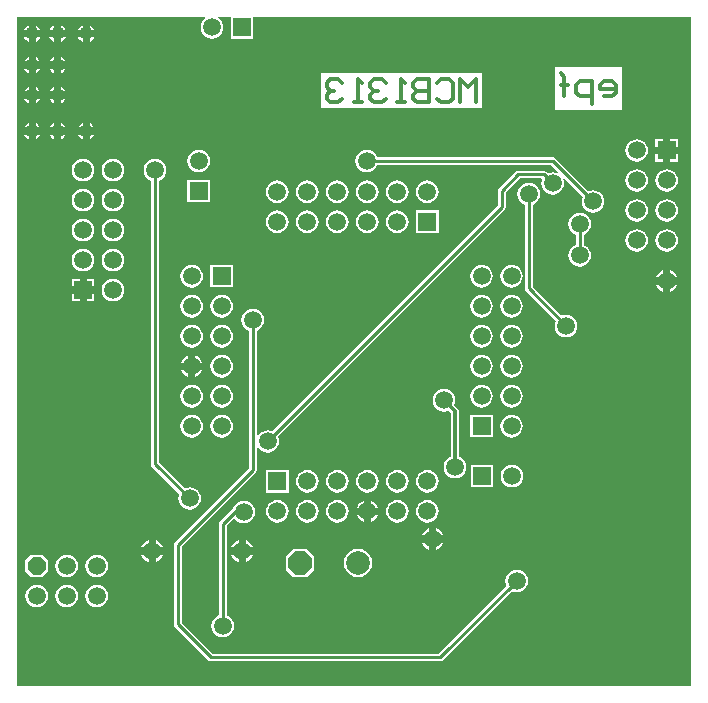
<source format=gbl>
%FSLAX44Y44*%
%MOMM*%
G71*
G01*
G75*
G04 Layer_Physical_Order=2*
G04 Layer_Color=16711680*
%ADD10R,1.5000X1.1000*%
%ADD11R,1.1000X1.5000*%
%ADD12R,1.7500X3.5000*%
%ADD13R,1.7500X1.0500*%
%ADD14R,1.7500X1.0500*%
%ADD15R,1.4500X0.5500*%
%ADD16R,0.8000X0.9000*%
G04:AMPARAMS|DCode=17|XSize=2.1mm|YSize=1.5mm|CornerRadius=0.375mm|HoleSize=0mm|Usage=FLASHONLY|Rotation=0.000|XOffset=0mm|YOffset=0mm|HoleType=Round|Shape=RoundedRectangle|*
%AMROUNDEDRECTD17*
21,1,2.1000,0.7500,0,0,0.0*
21,1,1.3500,1.5000,0,0,0.0*
1,1,0.7500,0.6750,-0.3750*
1,1,0.7500,-0.6750,-0.3750*
1,1,0.7500,-0.6750,0.3750*
1,1,0.7500,0.6750,0.3750*
%
%ADD17ROUNDEDRECTD17*%
G04:AMPARAMS|DCode=18|XSize=1.3mm|YSize=1.55mm|CornerRadius=0.325mm|HoleSize=0mm|Usage=FLASHONLY|Rotation=0.000|XOffset=0mm|YOffset=0mm|HoleType=Round|Shape=RoundedRectangle|*
%AMROUNDEDRECTD18*
21,1,1.3000,0.9000,0,0,0.0*
21,1,0.6500,1.5500,0,0,0.0*
1,1,0.6500,0.3250,-0.4500*
1,1,0.6500,-0.3250,-0.4500*
1,1,0.6500,-0.3250,0.4500*
1,1,0.6500,0.3250,0.4500*
%
%ADD18ROUNDEDRECTD18*%
G04:AMPARAMS|DCode=19|XSize=2.39mm|YSize=1.09mm|CornerRadius=0.2725mm|HoleSize=0mm|Usage=FLASHONLY|Rotation=0.000|XOffset=0mm|YOffset=0mm|HoleType=Round|Shape=RoundedRectangle|*
%AMROUNDEDRECTD19*
21,1,2.3900,0.5450,0,0,0.0*
21,1,1.8450,1.0900,0,0,0.0*
1,1,0.5450,0.9225,-0.2725*
1,1,0.5450,-0.9225,-0.2725*
1,1,0.5450,-0.9225,0.2725*
1,1,0.5450,0.9225,0.2725*
%
%ADD19ROUNDEDRECTD19*%
%ADD20O,1.5000X0.6000*%
%ADD21R,1.0000X0.9000*%
%ADD22O,1.8000X0.3000*%
%ADD23O,0.3000X1.8000*%
G04:AMPARAMS|DCode=24|XSize=2mm|YSize=1.6mm|CornerRadius=0.4mm|HoleSize=0mm|Usage=FLASHONLY|Rotation=180.000|XOffset=0mm|YOffset=0mm|HoleType=Round|Shape=RoundedRectangle|*
%AMROUNDEDRECTD24*
21,1,2.0000,0.8000,0,0,180.0*
21,1,1.2000,1.6000,0,0,180.0*
1,1,0.8000,-0.6000,0.4000*
1,1,0.8000,0.6000,0.4000*
1,1,0.8000,0.6000,-0.4000*
1,1,0.8000,-0.6000,-0.4000*
%
%ADD24ROUNDEDRECTD24*%
%ADD25C,0.3000*%
%ADD26C,1.0000*%
%ADD27C,0.2540*%
%ADD28R,10.7950X11.4300*%
%ADD29R,1.5000X1.5000*%
%ADD30C,1.5000*%
%ADD31R,1.5000X1.5000*%
%ADD32P,1.6236X8X22.5*%
%ADD33P,2.1648X8X22.5*%
%ADD34C,2.0000*%
%ADD35C,1.1000*%
G36*
X287261Y-283431D02*
X-283431D01*
Y283431D01*
X-123817D01*
X-123408Y282229D01*
X-124886Y281095D01*
X-126408Y279111D01*
X-127366Y276800D01*
X-127692Y274320D01*
X-127366Y271840D01*
X-126408Y269529D01*
X-124886Y267545D01*
X-122901Y266022D01*
X-120590Y265065D01*
X-118110Y264738D01*
X-115630Y265065D01*
X-113319Y266022D01*
X-111334Y267545D01*
X-109812Y269529D01*
X-108855Y271840D01*
X-108528Y274320D01*
X-108855Y276800D01*
X-109812Y279111D01*
X-111334Y281095D01*
X-113319Y282618D01*
X-113157Y283431D01*
X-102210D01*
Y264820D01*
X-83210D01*
Y283431D01*
X287261D01*
Y-283431D01*
D02*
G37*
%LPC*%
G36*
X-126360Y-15443D02*
X-132400D01*
Y-21483D01*
X-130609Y-20741D01*
X-128625Y-19218D01*
X-127102Y-17234D01*
X-126360Y-15443D01*
D02*
G37*
G36*
X-138400D02*
X-144440D01*
X-143698Y-17234D01*
X-142176Y-19218D01*
X-140191Y-20741D01*
X-138400Y-21483D01*
Y-15443D01*
D02*
G37*
G36*
X110000Y-2855D02*
X107520Y-3182D01*
X105209Y-4139D01*
X103225Y-5662D01*
X101702Y-7646D01*
X100745Y-9957D01*
X100418Y-12437D01*
X100745Y-14917D01*
X101702Y-17228D01*
X103225Y-19212D01*
X105209Y-20735D01*
X107520Y-21692D01*
X110000Y-22019D01*
X112480Y-21692D01*
X114791Y-20735D01*
X116776Y-19212D01*
X118298Y-17228D01*
X119256Y-14917D01*
X119582Y-12437D01*
X119256Y-9957D01*
X118298Y-7646D01*
X116776Y-5662D01*
X114791Y-4139D01*
X112480Y-3182D01*
X110000Y-2855D01*
D02*
G37*
G36*
X135400D02*
X132920Y-3182D01*
X130609Y-4139D01*
X128625Y-5662D01*
X127102Y-7646D01*
X126145Y-9957D01*
X125818Y-12437D01*
X126145Y-14917D01*
X127102Y-17228D01*
X128625Y-19212D01*
X130609Y-20735D01*
X132920Y-21692D01*
X135400Y-22019D01*
X137880Y-21692D01*
X140191Y-20735D01*
X142176Y-19212D01*
X143698Y-17228D01*
X144656Y-14917D01*
X144982Y-12437D01*
X144656Y-9957D01*
X143698Y-7646D01*
X142176Y-5662D01*
X140191Y-4139D01*
X137880Y-3182D01*
X135400Y-2855D01*
D02*
G37*
G36*
X-110000Y22539D02*
X-112480Y22212D01*
X-114791Y21255D01*
X-116776Y19732D01*
X-118298Y17748D01*
X-119256Y15437D01*
X-119582Y12957D01*
X-119256Y10477D01*
X-118298Y8166D01*
X-116776Y6181D01*
X-114791Y4659D01*
X-112480Y3701D01*
X-110000Y3375D01*
X-107520Y3701D01*
X-105209Y4659D01*
X-103225Y6181D01*
X-101702Y8166D01*
X-100745Y10477D01*
X-100418Y12957D01*
X-100745Y15437D01*
X-101702Y17748D01*
X-103225Y19732D01*
X-105209Y21255D01*
X-107520Y22212D01*
X-110000Y22539D01*
D02*
G37*
G36*
X110000Y22545D02*
X107520Y22218D01*
X105209Y21261D01*
X103225Y19739D01*
X101702Y17754D01*
X100745Y15443D01*
X100418Y12963D01*
X100745Y10483D01*
X101702Y8172D01*
X103225Y6188D01*
X105209Y4665D01*
X107520Y3708D01*
X110000Y3381D01*
X112480Y3708D01*
X114791Y4665D01*
X116776Y6188D01*
X118298Y8172D01*
X119256Y10483D01*
X119582Y12963D01*
X119256Y15443D01*
X118298Y17754D01*
X116776Y19739D01*
X114791Y21261D01*
X112480Y22218D01*
X110000Y22545D01*
D02*
G37*
G36*
X-135400Y22539D02*
X-137880Y22212D01*
X-140191Y21255D01*
X-142176Y19732D01*
X-143698Y17748D01*
X-144656Y15437D01*
X-144982Y12957D01*
X-144656Y10477D01*
X-143698Y8166D01*
X-142176Y6181D01*
X-140191Y4659D01*
X-137880Y3701D01*
X-135400Y3375D01*
X-132920Y3701D01*
X-130609Y4659D01*
X-128625Y6181D01*
X-127102Y8166D01*
X-126145Y10477D01*
X-125818Y12957D01*
X-126145Y15437D01*
X-127102Y17748D01*
X-128625Y19732D01*
X-130609Y21255D01*
X-132920Y22212D01*
X-135400Y22539D01*
D02*
G37*
G36*
X-138400Y-3403D02*
X-140191Y-4145D01*
X-142176Y-5668D01*
X-143698Y-7652D01*
X-144440Y-9443D01*
X-138400D01*
Y-3403D01*
D02*
G37*
G36*
X-132400D02*
Y-9443D01*
X-126360D01*
X-127102Y-7652D01*
X-128625Y-5668D01*
X-130609Y-4145D01*
X-132400Y-3403D01*
D02*
G37*
G36*
X-110000Y-2861D02*
X-112480Y-3188D01*
X-114791Y-4145D01*
X-116776Y-5668D01*
X-118298Y-7652D01*
X-119256Y-9963D01*
X-119582Y-12443D01*
X-119256Y-14923D01*
X-118298Y-17234D01*
X-116776Y-19218D01*
X-114791Y-20741D01*
X-112480Y-21699D01*
X-110000Y-22025D01*
X-107520Y-21699D01*
X-105209Y-20741D01*
X-103225Y-19218D01*
X-101702Y-17234D01*
X-100745Y-14923D01*
X-100418Y-12443D01*
X-100745Y-9963D01*
X-101702Y-7652D01*
X-103225Y-5668D01*
X-105209Y-4145D01*
X-107520Y-3188D01*
X-110000Y-2861D01*
D02*
G37*
G36*
Y-53661D02*
X-112480Y-53988D01*
X-114791Y-54945D01*
X-116776Y-56468D01*
X-118298Y-58452D01*
X-119256Y-60763D01*
X-119582Y-63243D01*
X-119256Y-65723D01*
X-118298Y-68034D01*
X-116776Y-70019D01*
X-114791Y-71541D01*
X-112480Y-72498D01*
X-110000Y-72825D01*
X-107520Y-72498D01*
X-105209Y-71541D01*
X-103225Y-70019D01*
X-101702Y-68034D01*
X-100745Y-65723D01*
X-100418Y-63243D01*
X-100745Y-60763D01*
X-101702Y-58452D01*
X-103225Y-56468D01*
X-105209Y-54945D01*
X-107520Y-53988D01*
X-110000Y-53661D01*
D02*
G37*
G36*
X135400Y-53655D02*
X132920Y-53981D01*
X130609Y-54939D01*
X128625Y-56462D01*
X127102Y-58446D01*
X126145Y-60757D01*
X125818Y-63237D01*
X126145Y-65717D01*
X127102Y-68028D01*
X128625Y-70012D01*
X130609Y-71535D01*
X132920Y-72492D01*
X135400Y-72819D01*
X137880Y-72492D01*
X140191Y-71535D01*
X142176Y-70012D01*
X143698Y-68028D01*
X144656Y-65717D01*
X144982Y-63237D01*
X144656Y-60757D01*
X143698Y-58446D01*
X142176Y-56462D01*
X140191Y-54939D01*
X137880Y-53981D01*
X135400Y-53655D01*
D02*
G37*
G36*
X78105Y-31693D02*
X75625Y-32020D01*
X73314Y-32977D01*
X71329Y-34499D01*
X69807Y-36484D01*
X68850Y-38795D01*
X68523Y-41275D01*
X68850Y-43755D01*
X69807Y-46066D01*
X71329Y-48050D01*
X73314Y-49573D01*
X75625Y-50531D01*
X78105Y-50857D01*
X80585Y-50531D01*
X81807Y-50024D01*
X84061Y-52278D01*
Y-88985D01*
X82839Y-89492D01*
X80855Y-91014D01*
X79332Y-92999D01*
X78375Y-95310D01*
X78048Y-97790D01*
X78375Y-100270D01*
X79332Y-102581D01*
X80855Y-104565D01*
X82839Y-106088D01*
X85150Y-107045D01*
X87630Y-107372D01*
X90110Y-107045D01*
X92421Y-106088D01*
X94405Y-104565D01*
X95928Y-102581D01*
X96885Y-100270D01*
X97212Y-97790D01*
X96885Y-95310D01*
X95928Y-92999D01*
X94405Y-91014D01*
X92421Y-89492D01*
X91199Y-88985D01*
Y-50800D01*
X90927Y-49434D01*
X90153Y-48277D01*
X86854Y-44977D01*
X87360Y-43755D01*
X87687Y-41275D01*
X87360Y-38795D01*
X86403Y-36484D01*
X84880Y-34499D01*
X82896Y-32977D01*
X80585Y-32020D01*
X78105Y-31693D01*
D02*
G37*
G36*
X-135400Y-53661D02*
X-137880Y-53988D01*
X-140191Y-54945D01*
X-142176Y-56468D01*
X-143698Y-58452D01*
X-144656Y-60763D01*
X-144982Y-63243D01*
X-144656Y-65723D01*
X-143698Y-68034D01*
X-142176Y-70019D01*
X-140191Y-71541D01*
X-137880Y-72498D01*
X-135400Y-72825D01*
X-132920Y-72498D01*
X-130609Y-71541D01*
X-128625Y-70019D01*
X-127102Y-68034D01*
X-126145Y-65723D01*
X-125818Y-63243D01*
X-126145Y-60763D01*
X-127102Y-58452D01*
X-128625Y-56468D01*
X-130609Y-54945D01*
X-132920Y-53988D01*
X-135400Y-53661D01*
D02*
G37*
G36*
X119500Y-53737D02*
X100500D01*
Y-72737D01*
X119500D01*
Y-53737D01*
D02*
G37*
G36*
X110000Y-28255D02*
X107520Y-28582D01*
X105209Y-29539D01*
X103225Y-31061D01*
X101702Y-33046D01*
X100745Y-35357D01*
X100418Y-37837D01*
X100745Y-40317D01*
X101702Y-42628D01*
X103225Y-44612D01*
X105209Y-46135D01*
X107520Y-47092D01*
X110000Y-47419D01*
X112480Y-47092D01*
X114791Y-46135D01*
X116776Y-44612D01*
X118298Y-42628D01*
X119256Y-40317D01*
X119582Y-37837D01*
X119256Y-35357D01*
X118298Y-33046D01*
X116776Y-31061D01*
X114791Y-29539D01*
X112480Y-28582D01*
X110000Y-28255D01*
D02*
G37*
G36*
X135400D02*
X132920Y-28582D01*
X130609Y-29539D01*
X128625Y-31061D01*
X127102Y-33046D01*
X126145Y-35357D01*
X125818Y-37837D01*
X126145Y-40317D01*
X127102Y-42628D01*
X128625Y-44612D01*
X130609Y-46135D01*
X132920Y-47092D01*
X135400Y-47419D01*
X137880Y-47092D01*
X140191Y-46135D01*
X142176Y-44612D01*
X143698Y-42628D01*
X144656Y-40317D01*
X144982Y-37837D01*
X144656Y-35357D01*
X143698Y-33046D01*
X142176Y-31061D01*
X140191Y-29539D01*
X137880Y-28582D01*
X135400Y-28255D01*
D02*
G37*
G36*
X-135400Y-28261D02*
X-137880Y-28588D01*
X-140191Y-29545D01*
X-142176Y-31068D01*
X-143698Y-33052D01*
X-144656Y-35363D01*
X-144982Y-37843D01*
X-144656Y-40323D01*
X-143698Y-42634D01*
X-142176Y-44619D01*
X-140191Y-46141D01*
X-137880Y-47098D01*
X-135400Y-47425D01*
X-132920Y-47098D01*
X-130609Y-46141D01*
X-128625Y-44619D01*
X-127102Y-42634D01*
X-126145Y-40323D01*
X-125818Y-37843D01*
X-126145Y-35363D01*
X-127102Y-33052D01*
X-128625Y-31068D01*
X-130609Y-29545D01*
X-132920Y-28588D01*
X-135400Y-28261D01*
D02*
G37*
G36*
X-110000D02*
X-112480Y-28588D01*
X-114791Y-29545D01*
X-116776Y-31068D01*
X-118298Y-33052D01*
X-119256Y-35363D01*
X-119582Y-37843D01*
X-119256Y-40323D01*
X-118298Y-42634D01*
X-116776Y-44619D01*
X-114791Y-46141D01*
X-112480Y-47098D01*
X-110000Y-47425D01*
X-107520Y-47098D01*
X-105209Y-46141D01*
X-103225Y-44619D01*
X-101702Y-42634D01*
X-100745Y-40323D01*
X-100418Y-37843D01*
X-100745Y-35363D01*
X-101702Y-33052D01*
X-103225Y-31068D01*
X-105209Y-29545D01*
X-107520Y-28588D01*
X-110000Y-28261D01*
D02*
G37*
G36*
X110000Y73345D02*
X107520Y73018D01*
X105209Y72061D01*
X103225Y70539D01*
X101702Y68554D01*
X100745Y66243D01*
X100418Y63763D01*
X100745Y61283D01*
X101702Y58972D01*
X103225Y56988D01*
X105209Y55465D01*
X107520Y54508D01*
X110000Y54181D01*
X112480Y54508D01*
X114791Y55465D01*
X116776Y56988D01*
X118298Y58972D01*
X119256Y61283D01*
X119582Y63763D01*
X119256Y66243D01*
X118298Y68554D01*
X116776Y70539D01*
X114791Y72061D01*
X112480Y73018D01*
X110000Y73345D01*
D02*
G37*
G36*
X135400D02*
X132920Y73018D01*
X130609Y72061D01*
X128625Y70539D01*
X127102Y68554D01*
X126145Y66243D01*
X125818Y63763D01*
X126145Y61283D01*
X127102Y58972D01*
X128625Y56988D01*
X130609Y55465D01*
X132920Y54508D01*
X135400Y54181D01*
X137880Y54508D01*
X140191Y55465D01*
X142176Y56988D01*
X143698Y58972D01*
X144656Y61283D01*
X144982Y63763D01*
X144656Y66243D01*
X143698Y68554D01*
X142176Y70539D01*
X140191Y72061D01*
X137880Y73018D01*
X135400Y73345D01*
D02*
G37*
G36*
X275740Y56690D02*
X269700D01*
Y50650D01*
X271491Y51392D01*
X273475Y52915D01*
X274998Y54899D01*
X275740Y56690D01*
D02*
G37*
G36*
X-135400Y73339D02*
X-137880Y73012D01*
X-140191Y72055D01*
X-142176Y70532D01*
X-143698Y68548D01*
X-144656Y66237D01*
X-144982Y63757D01*
X-144656Y61277D01*
X-143698Y58966D01*
X-142176Y56982D01*
X-140191Y55459D01*
X-137880Y54502D01*
X-135400Y54175D01*
X-132920Y54502D01*
X-130609Y55459D01*
X-128625Y56982D01*
X-127102Y58966D01*
X-126145Y61277D01*
X-125818Y63757D01*
X-126145Y66237D01*
X-127102Y68548D01*
X-128625Y70532D01*
X-130609Y72055D01*
X-132920Y73012D01*
X-135400Y73339D01*
D02*
G37*
G36*
X-100500Y73257D02*
X-119500D01*
Y54257D01*
X-100500D01*
Y73257D01*
D02*
G37*
G36*
X263700Y68730D02*
X261909Y67988D01*
X259925Y66465D01*
X258402Y64481D01*
X257660Y62690D01*
X263700D01*
Y68730D01*
D02*
G37*
G36*
X269700D02*
Y62690D01*
X275740D01*
X274998Y64481D01*
X273475Y66465D01*
X271491Y67988D01*
X269700Y68730D01*
D02*
G37*
G36*
X-230330Y61570D02*
X-236830D01*
Y55070D01*
X-230330D01*
Y61570D01*
D02*
G37*
G36*
X-217830D02*
X-224330D01*
Y55070D01*
X-217830D01*
Y61570D01*
D02*
G37*
G36*
X263700Y56690D02*
X257660D01*
X258402Y54899D01*
X259925Y52915D01*
X261909Y51392D01*
X263700Y50650D01*
Y56690D01*
D02*
G37*
G36*
X-135400Y47939D02*
X-137880Y47612D01*
X-140191Y46655D01*
X-142176Y45132D01*
X-143698Y43148D01*
X-144656Y40837D01*
X-144982Y38357D01*
X-144656Y35877D01*
X-143698Y33566D01*
X-142176Y31581D01*
X-140191Y30059D01*
X-137880Y29102D01*
X-135400Y28775D01*
X-132920Y29102D01*
X-130609Y30059D01*
X-128625Y31581D01*
X-127102Y33566D01*
X-126145Y35877D01*
X-125818Y38357D01*
X-126145Y40837D01*
X-127102Y43148D01*
X-128625Y45132D01*
X-130609Y46655D01*
X-132920Y47612D01*
X-135400Y47939D01*
D02*
G37*
G36*
X-110000D02*
X-112480Y47612D01*
X-114791Y46655D01*
X-116776Y45132D01*
X-118298Y43148D01*
X-119256Y40837D01*
X-119582Y38357D01*
X-119256Y35877D01*
X-118298Y33566D01*
X-116776Y31581D01*
X-114791Y30059D01*
X-112480Y29102D01*
X-110000Y28775D01*
X-107520Y29102D01*
X-105209Y30059D01*
X-103225Y31581D01*
X-101702Y33566D01*
X-100745Y35877D01*
X-100418Y38357D01*
X-100745Y40837D01*
X-101702Y43148D01*
X-103225Y45132D01*
X-105209Y46655D01*
X-107520Y47612D01*
X-110000Y47939D01*
D02*
G37*
G36*
X135400Y22545D02*
X132920Y22218D01*
X130609Y21261D01*
X128625Y19739D01*
X127102Y17754D01*
X126145Y15443D01*
X125818Y12963D01*
X126145Y10483D01*
X127102Y8172D01*
X128625Y6188D01*
X130609Y4665D01*
X132920Y3708D01*
X135400Y3381D01*
X137880Y3708D01*
X140191Y4665D01*
X142176Y6188D01*
X143698Y8172D01*
X144656Y10483D01*
X144982Y12963D01*
X144656Y15443D01*
X143698Y17754D01*
X142176Y19739D01*
X140191Y21261D01*
X137880Y22218D01*
X135400Y22545D01*
D02*
G37*
G36*
X149860Y142932D02*
X147380Y142605D01*
X145069Y141648D01*
X143084Y140125D01*
X141562Y138141D01*
X140604Y135830D01*
X140278Y133350D01*
X140604Y130870D01*
X141562Y128559D01*
X143084Y126574D01*
X145069Y125052D01*
X146526Y124448D01*
Y53340D01*
X146780Y52064D01*
X147502Y50982D01*
X147502Y50982D01*
X147502Y50982D01*
X172958Y25527D01*
X172355Y24070D01*
X172028Y21590D01*
X172355Y19110D01*
X173312Y16799D01*
X174834Y14814D01*
X176819Y13292D01*
X179130Y12335D01*
X181610Y12008D01*
X184090Y12335D01*
X186401Y13292D01*
X188385Y14814D01*
X189908Y16799D01*
X190865Y19110D01*
X191192Y21590D01*
X190865Y24070D01*
X189908Y26381D01*
X188385Y28365D01*
X186401Y29888D01*
X184090Y30845D01*
X181610Y31172D01*
X179130Y30845D01*
X177673Y30242D01*
X153194Y54721D01*
Y124448D01*
X154651Y125052D01*
X156635Y126574D01*
X158158Y128559D01*
X159115Y130870D01*
X159442Y133350D01*
X159115Y135830D01*
X158158Y138141D01*
X156635Y140125D01*
X154651Y141648D01*
X152340Y142605D01*
X149860Y142932D01*
D02*
G37*
G36*
X110000Y47945D02*
X107520Y47618D01*
X105209Y46661D01*
X103225Y45139D01*
X101702Y43154D01*
X100745Y40843D01*
X100418Y38363D01*
X100745Y35883D01*
X101702Y33572D01*
X103225Y31588D01*
X105209Y30065D01*
X107520Y29108D01*
X110000Y28781D01*
X112480Y29108D01*
X114791Y30065D01*
X116776Y31588D01*
X118298Y33572D01*
X119256Y35883D01*
X119582Y38363D01*
X119256Y40843D01*
X118298Y43154D01*
X116776Y45139D01*
X114791Y46661D01*
X112480Y47618D01*
X110000Y47945D01*
D02*
G37*
G36*
X-230330Y49070D02*
X-236830D01*
Y42570D01*
X-230330D01*
Y49070D01*
D02*
G37*
G36*
X-217830D02*
X-224330D01*
Y42570D01*
X-217830D01*
Y49070D01*
D02*
G37*
G36*
X135400Y47945D02*
X132920Y47618D01*
X130609Y46661D01*
X128625Y45139D01*
X127102Y43154D01*
X126145Y40843D01*
X125818Y38363D01*
X126145Y35883D01*
X127102Y33572D01*
X128625Y31588D01*
X130609Y30065D01*
X132920Y29108D01*
X135400Y28781D01*
X137880Y29108D01*
X140191Y30065D01*
X142176Y31588D01*
X143698Y33572D01*
X144656Y35883D01*
X144982Y38363D01*
X144656Y40843D01*
X143698Y43154D01*
X142176Y45139D01*
X140191Y46661D01*
X137880Y47618D01*
X135400Y47945D01*
D02*
G37*
G36*
X-201930Y61652D02*
X-204410Y61325D01*
X-206721Y60368D01*
X-208705Y58846D01*
X-210228Y56861D01*
X-211185Y54550D01*
X-211512Y52070D01*
X-211185Y49590D01*
X-210228Y47279D01*
X-208705Y45294D01*
X-206721Y43772D01*
X-204410Y42814D01*
X-201930Y42488D01*
X-199450Y42814D01*
X-197139Y43772D01*
X-195154Y45294D01*
X-193632Y47279D01*
X-192675Y49590D01*
X-192348Y52070D01*
X-192675Y54550D01*
X-193632Y56861D01*
X-195154Y58846D01*
X-197139Y60368D01*
X-199450Y61325D01*
X-201930Y61652D01*
D02*
G37*
G36*
X119990Y-95910D02*
X100990D01*
Y-114910D01*
X119990D01*
Y-95910D01*
D02*
G37*
G36*
X65580Y-161750D02*
X59540D01*
X60282Y-163541D01*
X61804Y-165525D01*
X63789Y-167048D01*
X65580Y-167790D01*
Y-161750D01*
D02*
G37*
G36*
X77620D02*
X71580D01*
Y-167790D01*
X73371Y-167048D01*
X75355Y-165525D01*
X76878Y-163541D01*
X77620Y-161750D01*
D02*
G37*
G36*
X-95710Y-171910D02*
X-101750D01*
X-101008Y-173701D01*
X-99485Y-175686D01*
X-97501Y-177208D01*
X-95710Y-177950D01*
Y-171910D01*
D02*
G37*
G36*
X-83670D02*
X-89710D01*
Y-177950D01*
X-87919Y-177208D01*
X-85935Y-175686D01*
X-84412Y-173701D01*
X-83670Y-171910D01*
D02*
G37*
G36*
X-171910Y-159870D02*
X-173701Y-160612D01*
X-175686Y-162134D01*
X-177208Y-164119D01*
X-177950Y-165910D01*
X-171910D01*
Y-159870D01*
D02*
G37*
G36*
X-89710D02*
Y-165910D01*
X-83670D01*
X-84412Y-164119D01*
X-85935Y-162134D01*
X-87919Y-160612D01*
X-89710Y-159870D01*
D02*
G37*
G36*
X65580Y-149710D02*
X63789Y-150452D01*
X61804Y-151974D01*
X60282Y-153959D01*
X59540Y-155750D01*
X65580D01*
Y-149710D01*
D02*
G37*
G36*
X-165910Y-159870D02*
Y-165910D01*
X-159870D01*
X-160612Y-164119D01*
X-162134Y-162134D01*
X-164119Y-160612D01*
X-165910Y-159870D01*
D02*
G37*
G36*
X-95710D02*
X-97501Y-160612D01*
X-99485Y-162134D01*
X-101008Y-164119D01*
X-101750Y-165910D01*
X-95710D01*
Y-159870D01*
D02*
G37*
G36*
X-159870Y-171910D02*
X-165910D01*
Y-177950D01*
X-164119Y-177208D01*
X-162134Y-175686D01*
X-160612Y-173701D01*
X-159870Y-171910D01*
D02*
G37*
G36*
X-215900Y-197428D02*
X-218380Y-197754D01*
X-220691Y-198712D01*
X-222675Y-200235D01*
X-224198Y-202219D01*
X-225156Y-204530D01*
X-225482Y-207010D01*
X-225156Y-209490D01*
X-224198Y-211801D01*
X-222675Y-213785D01*
X-220691Y-215308D01*
X-218380Y-216266D01*
X-215900Y-216592D01*
X-213420Y-216266D01*
X-211109Y-215308D01*
X-209125Y-213785D01*
X-207602Y-211801D01*
X-206644Y-209490D01*
X-206318Y-207010D01*
X-206644Y-204530D01*
X-207602Y-202219D01*
X-209125Y-200235D01*
X-211109Y-198712D01*
X-213420Y-197754D01*
X-215900Y-197428D01*
D02*
G37*
G36*
X-241300Y-172028D02*
X-243780Y-172355D01*
X-246091Y-173312D01*
X-248075Y-174834D01*
X-249598Y-176819D01*
X-250555Y-179130D01*
X-250882Y-181610D01*
X-250555Y-184090D01*
X-249598Y-186401D01*
X-248075Y-188385D01*
X-246091Y-189908D01*
X-243780Y-190865D01*
X-241300Y-191192D01*
X-238820Y-190865D01*
X-236509Y-189908D01*
X-234525Y-188385D01*
X-233002Y-186401D01*
X-232045Y-184090D01*
X-231718Y-181610D01*
X-232045Y-179130D01*
X-233002Y-176819D01*
X-234525Y-174834D01*
X-236509Y-173312D01*
X-238820Y-172355D01*
X-241300Y-172028D01*
D02*
G37*
G36*
X-266700Y-197428D02*
X-269180Y-197754D01*
X-271491Y-198712D01*
X-273475Y-200235D01*
X-274998Y-202219D01*
X-275956Y-204530D01*
X-276282Y-207010D01*
X-275956Y-209490D01*
X-274998Y-211801D01*
X-273475Y-213785D01*
X-271491Y-215308D01*
X-269180Y-216266D01*
X-266700Y-216592D01*
X-264220Y-216266D01*
X-261909Y-215308D01*
X-259925Y-213785D01*
X-258402Y-211801D01*
X-257444Y-209490D01*
X-257118Y-207010D01*
X-257444Y-204530D01*
X-258402Y-202219D01*
X-259925Y-200235D01*
X-261909Y-198712D01*
X-264220Y-197754D01*
X-266700Y-197428D01*
D02*
G37*
G36*
X-241300D02*
X-243780Y-197754D01*
X-246091Y-198712D01*
X-248075Y-200235D01*
X-249598Y-202219D01*
X-250555Y-204530D01*
X-250882Y-207010D01*
X-250555Y-209490D01*
X-249598Y-211801D01*
X-248075Y-213785D01*
X-246091Y-215308D01*
X-243780Y-216266D01*
X-241300Y-216592D01*
X-238820Y-216266D01*
X-236509Y-215308D01*
X-234525Y-213785D01*
X-233002Y-211801D01*
X-232045Y-209490D01*
X-231718Y-207010D01*
X-232045Y-204530D01*
X-233002Y-202219D01*
X-234525Y-200235D01*
X-236509Y-198712D01*
X-238820Y-197754D01*
X-241300Y-197428D01*
D02*
G37*
G36*
X-215900Y-172028D02*
X-218380Y-172355D01*
X-220691Y-173312D01*
X-222675Y-174834D01*
X-224198Y-176819D01*
X-225156Y-179130D01*
X-225482Y-181610D01*
X-225156Y-184090D01*
X-224198Y-186401D01*
X-222675Y-188385D01*
X-220691Y-189908D01*
X-218380Y-190865D01*
X-215900Y-191192D01*
X-213420Y-190865D01*
X-211109Y-189908D01*
X-209125Y-188385D01*
X-207602Y-186401D01*
X-206644Y-184090D01*
X-206318Y-181610D01*
X-206644Y-179130D01*
X-207602Y-176819D01*
X-209125Y-174834D01*
X-211109Y-173312D01*
X-213420Y-172355D01*
X-215900Y-172028D01*
D02*
G37*
G36*
X-37450Y-167070D02*
X-49450D01*
X-55450Y-173070D01*
Y-185070D01*
X-49450Y-191070D01*
X-37450D01*
X-31450Y-185070D01*
Y-173070D01*
X-37450Y-167070D01*
D02*
G37*
G36*
X-171910Y-171910D02*
X-177950D01*
X-177208Y-173701D01*
X-175686Y-175686D01*
X-173701Y-177208D01*
X-171910Y-177950D01*
Y-171910D01*
D02*
G37*
G36*
X5350Y-166966D02*
X2217Y-167379D01*
X-702Y-168588D01*
X-3209Y-170511D01*
X-5132Y-173018D01*
X-6341Y-175937D01*
X-6754Y-179070D01*
X-6341Y-182203D01*
X-5132Y-185122D01*
X-3209Y-187628D01*
X-702Y-189552D01*
X2217Y-190761D01*
X5350Y-191174D01*
X8483Y-190761D01*
X11402Y-189552D01*
X13908Y-187628D01*
X15832Y-185122D01*
X17041Y-182203D01*
X17454Y-179070D01*
X17041Y-175937D01*
X15832Y-173018D01*
X13908Y-170511D01*
X11402Y-168588D01*
X8483Y-167379D01*
X5350Y-166966D01*
D02*
G37*
G36*
X-261950Y-172110D02*
X-271450D01*
X-276200Y-176860D01*
Y-186360D01*
X-271450Y-191110D01*
X-261950D01*
X-257200Y-186360D01*
Y-176860D01*
X-261950Y-172110D01*
D02*
G37*
G36*
X-37462Y-100418D02*
X-39942Y-100745D01*
X-42253Y-101702D01*
X-44237Y-103225D01*
X-45760Y-105209D01*
X-46717Y-107520D01*
X-47044Y-110000D01*
X-46717Y-112480D01*
X-45760Y-114791D01*
X-44237Y-116776D01*
X-42253Y-118298D01*
X-39942Y-119256D01*
X-37462Y-119582D01*
X-34982Y-119256D01*
X-32671Y-118298D01*
X-30687Y-116776D01*
X-29164Y-114791D01*
X-28207Y-112480D01*
X-27880Y-110000D01*
X-28207Y-107520D01*
X-29164Y-105209D01*
X-30687Y-103225D01*
X-32671Y-101702D01*
X-34982Y-100745D01*
X-37462Y-100418D01*
D02*
G37*
G36*
X-12062D02*
X-14542Y-100745D01*
X-16853Y-101702D01*
X-18837Y-103225D01*
X-20360Y-105209D01*
X-21317Y-107520D01*
X-21644Y-110000D01*
X-21317Y-112480D01*
X-20360Y-114791D01*
X-18837Y-116776D01*
X-16853Y-118298D01*
X-14542Y-119256D01*
X-12062Y-119582D01*
X-9582Y-119256D01*
X-7271Y-118298D01*
X-5286Y-116776D01*
X-3764Y-114791D01*
X-2806Y-112480D01*
X-2480Y-110000D01*
X-2806Y-107520D01*
X-3764Y-105209D01*
X-5286Y-103225D01*
X-7271Y-101702D01*
X-9582Y-100745D01*
X-12062Y-100418D01*
D02*
G37*
G36*
X10338Y-126360D02*
X8547Y-127102D01*
X6563Y-128625D01*
X5040Y-130609D01*
X4298Y-132400D01*
X10338D01*
Y-126360D01*
D02*
G37*
G36*
X16338D02*
Y-132400D01*
X22378D01*
X21636Y-130609D01*
X20113Y-128625D01*
X18129Y-127102D01*
X16338Y-126360D01*
D02*
G37*
G36*
X13338Y-100418D02*
X10858Y-100745D01*
X8547Y-101702D01*
X6563Y-103225D01*
X5040Y-105209D01*
X4083Y-107520D01*
X3756Y-110000D01*
X4083Y-112480D01*
X5040Y-114791D01*
X6563Y-116776D01*
X8547Y-118298D01*
X10858Y-119256D01*
X13338Y-119582D01*
X15818Y-119256D01*
X18129Y-118298D01*
X20113Y-116776D01*
X21636Y-114791D01*
X22594Y-112480D01*
X22920Y-110000D01*
X22594Y-107520D01*
X21636Y-105209D01*
X20113Y-103225D01*
X18129Y-101702D01*
X15818Y-100745D01*
X13338Y-100418D01*
D02*
G37*
G36*
X-53362Y-100500D02*
X-72362D01*
Y-119500D01*
X-53362D01*
Y-100500D01*
D02*
G37*
G36*
X135890Y-95828D02*
X133410Y-96154D01*
X131099Y-97112D01*
X129115Y-98635D01*
X127592Y-100619D01*
X126635Y-102930D01*
X126308Y-105410D01*
X126635Y-107890D01*
X127592Y-110201D01*
X129115Y-112185D01*
X131099Y-113708D01*
X133410Y-114665D01*
X135890Y-114992D01*
X138370Y-114665D01*
X140681Y-113708D01*
X142665Y-112185D01*
X144188Y-110201D01*
X145146Y-107890D01*
X145472Y-105410D01*
X145146Y-102930D01*
X144188Y-100619D01*
X142665Y-98635D01*
X140681Y-97112D01*
X138370Y-96154D01*
X135890Y-95828D01*
D02*
G37*
G36*
X38738Y-100418D02*
X36258Y-100745D01*
X33947Y-101702D01*
X31963Y-103225D01*
X30440Y-105209D01*
X29483Y-107520D01*
X29156Y-110000D01*
X29483Y-112480D01*
X30440Y-114791D01*
X31963Y-116776D01*
X33947Y-118298D01*
X36258Y-119256D01*
X38738Y-119582D01*
X41218Y-119256D01*
X43529Y-118298D01*
X45514Y-116776D01*
X47036Y-114791D01*
X47993Y-112480D01*
X48320Y-110000D01*
X47993Y-107520D01*
X47036Y-105209D01*
X45514Y-103225D01*
X43529Y-101702D01*
X41218Y-100745D01*
X38738Y-100418D01*
D02*
G37*
G36*
X64138D02*
X61658Y-100745D01*
X59347Y-101702D01*
X57363Y-103225D01*
X55840Y-105209D01*
X54883Y-107520D01*
X54556Y-110000D01*
X54883Y-112480D01*
X55840Y-114791D01*
X57363Y-116776D01*
X59347Y-118298D01*
X61658Y-119256D01*
X64138Y-119582D01*
X66618Y-119256D01*
X68929Y-118298D01*
X70914Y-116776D01*
X72436Y-114791D01*
X73394Y-112480D01*
X73720Y-110000D01*
X73394Y-107520D01*
X72436Y-105209D01*
X70914Y-103225D01*
X68929Y-101702D01*
X66618Y-100745D01*
X64138Y-100418D01*
D02*
G37*
G36*
X-166370Y163252D02*
X-168850Y162925D01*
X-171161Y161968D01*
X-173145Y160445D01*
X-174668Y158461D01*
X-175625Y156150D01*
X-175952Y153670D01*
X-175625Y151190D01*
X-174668Y148879D01*
X-173145Y146895D01*
X-171161Y145372D01*
X-169704Y144768D01*
Y-95250D01*
X-169450Y-96526D01*
X-168727Y-97607D01*
X-168728Y-97607D01*
X-168727Y-97608D01*
X-145812Y-120523D01*
X-146416Y-121980D01*
X-146742Y-124460D01*
X-146416Y-126940D01*
X-145458Y-129251D01*
X-143935Y-131236D01*
X-141951Y-132758D01*
X-139640Y-133715D01*
X-137160Y-134042D01*
X-134680Y-133715D01*
X-132369Y-132758D01*
X-130385Y-131236D01*
X-128862Y-129251D01*
X-127905Y-126940D01*
X-127578Y-124460D01*
X-127905Y-121980D01*
X-128862Y-119669D01*
X-130385Y-117684D01*
X-132369Y-116162D01*
X-134680Y-115204D01*
X-137160Y-114878D01*
X-139640Y-115204D01*
X-141097Y-115808D01*
X-163036Y-93869D01*
Y144768D01*
X-161579Y145372D01*
X-159595Y146895D01*
X-158072Y148879D01*
X-157114Y151190D01*
X-156788Y153670D01*
X-157114Y156150D01*
X-158072Y158461D01*
X-159595Y160445D01*
X-161579Y161968D01*
X-163890Y162925D01*
X-166370Y163252D01*
D02*
G37*
G36*
X-62862Y-125818D02*
X-65342Y-126145D01*
X-67653Y-127102D01*
X-69637Y-128625D01*
X-71160Y-130609D01*
X-72117Y-132920D01*
X-72444Y-135400D01*
X-72117Y-137880D01*
X-71160Y-140191D01*
X-69637Y-142176D01*
X-67653Y-143698D01*
X-65342Y-144656D01*
X-62862Y-144982D01*
X-60382Y-144656D01*
X-58071Y-143698D01*
X-56087Y-142176D01*
X-54564Y-140191D01*
X-53607Y-137880D01*
X-53280Y-135400D01*
X-53607Y-132920D01*
X-54564Y-130609D01*
X-56087Y-128625D01*
X-58071Y-127102D01*
X-60382Y-126145D01*
X-62862Y-125818D01*
D02*
G37*
G36*
X-37462D02*
X-39942Y-126145D01*
X-42253Y-127102D01*
X-44237Y-128625D01*
X-45760Y-130609D01*
X-46717Y-132920D01*
X-47044Y-135400D01*
X-46717Y-137880D01*
X-45760Y-140191D01*
X-44237Y-142176D01*
X-42253Y-143698D01*
X-39942Y-144656D01*
X-37462Y-144982D01*
X-34982Y-144656D01*
X-32671Y-143698D01*
X-30687Y-142176D01*
X-29164Y-140191D01*
X-28207Y-137880D01*
X-27880Y-135400D01*
X-28207Y-132920D01*
X-29164Y-130609D01*
X-30687Y-128625D01*
X-32671Y-127102D01*
X-34982Y-126145D01*
X-37462Y-125818D01*
D02*
G37*
G36*
X71580Y-149710D02*
Y-155750D01*
X77620D01*
X76878Y-153959D01*
X75355Y-151974D01*
X73371Y-150452D01*
X71580Y-149710D01*
D02*
G37*
G36*
X-91440Y-126308D02*
X-93920Y-126635D01*
X-96231Y-127592D01*
X-98216Y-129115D01*
X-99738Y-131099D01*
X-100489Y-132912D01*
X-101418Y-133532D01*
X-111578Y-143693D01*
X-112300Y-144774D01*
X-112554Y-146050D01*
Y-223508D01*
X-114011Y-224112D01*
X-115995Y-225634D01*
X-117518Y-227619D01*
X-118476Y-229930D01*
X-118802Y-232410D01*
X-118476Y-234890D01*
X-117518Y-237201D01*
X-115995Y-239185D01*
X-114011Y-240708D01*
X-111700Y-241665D01*
X-109220Y-241992D01*
X-106740Y-241665D01*
X-104429Y-240708D01*
X-102445Y-239185D01*
X-100922Y-237201D01*
X-99965Y-234890D01*
X-99638Y-232410D01*
X-99965Y-229930D01*
X-100922Y-227619D01*
X-102445Y-225634D01*
X-104429Y-224112D01*
X-105886Y-223508D01*
Y-147431D01*
X-100158Y-141703D01*
X-98890Y-141786D01*
X-98216Y-142665D01*
X-96231Y-144188D01*
X-93920Y-145146D01*
X-91440Y-145472D01*
X-88960Y-145146D01*
X-86649Y-144188D01*
X-84664Y-142665D01*
X-83142Y-140681D01*
X-82184Y-138370D01*
X-81858Y-135890D01*
X-82184Y-133410D01*
X-83142Y-131099D01*
X-84664Y-129115D01*
X-86649Y-127592D01*
X-88960Y-126635D01*
X-91440Y-126308D01*
D02*
G37*
G36*
X-12062Y-125818D02*
X-14542Y-126145D01*
X-16853Y-127102D01*
X-18837Y-128625D01*
X-20360Y-130609D01*
X-21317Y-132920D01*
X-21644Y-135400D01*
X-21317Y-137880D01*
X-20360Y-140191D01*
X-18837Y-142176D01*
X-16853Y-143698D01*
X-14542Y-144656D01*
X-12062Y-144982D01*
X-9582Y-144656D01*
X-7271Y-143698D01*
X-5286Y-142176D01*
X-3764Y-140191D01*
X-2806Y-137880D01*
X-2480Y-135400D01*
X-2806Y-132920D01*
X-3764Y-130609D01*
X-5286Y-128625D01*
X-7271Y-127102D01*
X-9582Y-126145D01*
X-12062Y-125818D01*
D02*
G37*
G36*
X10338Y-138400D02*
X4298D01*
X5040Y-140191D01*
X6563Y-142176D01*
X8547Y-143698D01*
X10338Y-144440D01*
Y-138400D01*
D02*
G37*
G36*
X22378D02*
X16338D01*
Y-144440D01*
X18129Y-143698D01*
X20113Y-142176D01*
X21636Y-140191D01*
X22378Y-138400D01*
D02*
G37*
G36*
X38738Y-125818D02*
X36258Y-126145D01*
X33947Y-127102D01*
X31963Y-128625D01*
X30440Y-130609D01*
X29483Y-132920D01*
X29156Y-135400D01*
X29483Y-137880D01*
X30440Y-140191D01*
X31963Y-142176D01*
X33947Y-143698D01*
X36258Y-144656D01*
X38738Y-144982D01*
X41218Y-144656D01*
X43529Y-143698D01*
X45514Y-142176D01*
X47036Y-140191D01*
X47993Y-137880D01*
X48320Y-135400D01*
X47993Y-132920D01*
X47036Y-130609D01*
X45514Y-128625D01*
X43529Y-127102D01*
X41218Y-126145D01*
X38738Y-125818D01*
D02*
G37*
G36*
X64138D02*
X61658Y-126145D01*
X59347Y-127102D01*
X57363Y-128625D01*
X55840Y-130609D01*
X54883Y-132920D01*
X54556Y-135400D01*
X54883Y-137880D01*
X55840Y-140191D01*
X57363Y-142176D01*
X59347Y-143698D01*
X61658Y-144656D01*
X64138Y-144982D01*
X66618Y-144656D01*
X68929Y-143698D01*
X70914Y-142176D01*
X72436Y-140191D01*
X73394Y-137880D01*
X73720Y-135400D01*
X73394Y-132920D01*
X72436Y-130609D01*
X70914Y-128625D01*
X68929Y-127102D01*
X66618Y-126145D01*
X64138Y-125818D01*
D02*
G37*
G36*
X-251920Y214170D02*
X-255795D01*
X-255471Y213388D01*
X-254269Y211821D01*
X-252702Y210619D01*
X-251920Y210295D01*
Y214170D01*
D02*
G37*
G36*
X-242045D02*
X-245920D01*
Y210295D01*
X-245138Y210619D01*
X-243571Y211821D01*
X-242369Y213388D01*
X-242045Y214170D01*
D02*
G37*
G36*
X-273510D02*
X-277385D01*
X-277061Y213388D01*
X-275859Y211821D01*
X-274292Y210619D01*
X-273510Y210295D01*
Y214170D01*
D02*
G37*
G36*
X-263635D02*
X-267510D01*
Y210295D01*
X-266728Y210619D01*
X-265161Y211821D01*
X-263959Y213388D01*
X-263635Y214170D01*
D02*
G37*
G36*
X-273510Y224045D02*
X-274292Y223721D01*
X-275859Y222519D01*
X-277061Y220952D01*
X-277385Y220170D01*
X-273510D01*
Y224045D01*
D02*
G37*
G36*
X-245920D02*
Y220170D01*
X-242045D01*
X-242369Y220952D01*
X-243571Y222519D01*
X-245138Y223721D01*
X-245920Y224045D01*
D02*
G37*
G36*
X-273510Y239570D02*
X-277385D01*
X-277061Y238788D01*
X-275859Y237221D01*
X-274292Y236019D01*
X-273510Y235695D01*
Y239570D01*
D02*
G37*
G36*
X-267510Y224045D02*
Y220170D01*
X-263635D01*
X-263959Y220952D01*
X-265161Y222519D01*
X-266728Y223721D01*
X-267510Y224045D01*
D02*
G37*
G36*
X-251920D02*
X-252702Y223721D01*
X-254269Y222519D01*
X-255471Y220952D01*
X-255795Y220170D01*
X-251920D01*
Y224045D01*
D02*
G37*
G36*
X110410Y235814D02*
X-26216D01*
Y205820D01*
X110410D01*
Y235814D01*
D02*
G37*
G36*
X-273510Y193565D02*
X-274292Y193241D01*
X-275859Y192039D01*
X-277061Y190472D01*
X-277385Y189690D01*
X-273510D01*
Y193565D01*
D02*
G37*
G36*
X-267510D02*
Y189690D01*
X-263635D01*
X-263959Y190472D01*
X-265161Y192039D01*
X-266728Y193241D01*
X-267510Y193565D01*
D02*
G37*
G36*
X-227790Y183690D02*
X-231665D01*
X-231341Y182908D01*
X-230139Y181341D01*
X-228572Y180139D01*
X-227790Y179815D01*
Y183690D01*
D02*
G37*
G36*
X-217915D02*
X-221790D01*
Y179815D01*
X-221008Y180139D01*
X-219441Y181341D01*
X-218239Y182908D01*
X-217915Y183690D01*
D02*
G37*
G36*
X-251920Y193565D02*
X-252702Y193241D01*
X-254269Y192039D01*
X-255471Y190472D01*
X-255795Y189690D01*
X-251920D01*
Y193565D01*
D02*
G37*
G36*
X-221790D02*
Y189690D01*
X-217915D01*
X-218239Y190472D01*
X-219441Y192039D01*
X-221008Y193241D01*
X-221790Y193565D01*
D02*
G37*
G36*
X228520Y240893D02*
X171868D01*
Y204235D01*
X228520D01*
Y240893D01*
D02*
G37*
G36*
X-245920Y193565D02*
Y189690D01*
X-242045D01*
X-242369Y190472D01*
X-243571Y192039D01*
X-245138Y193241D01*
X-245920Y193565D01*
D02*
G37*
G36*
X-227790D02*
X-228572Y193241D01*
X-230139Y192039D01*
X-231341Y190472D01*
X-231665Y189690D01*
X-227790D01*
Y193565D01*
D02*
G37*
G36*
X-217915Y266240D02*
X-221790D01*
Y262365D01*
X-221008Y262689D01*
X-219441Y263891D01*
X-218239Y265458D01*
X-217915Y266240D01*
D02*
G37*
G36*
X-273510Y276115D02*
X-274292Y275791D01*
X-275859Y274589D01*
X-277061Y273022D01*
X-277385Y272240D01*
X-273510D01*
Y276115D01*
D02*
G37*
G36*
X-242045Y266240D02*
X-245920D01*
Y262365D01*
X-245138Y262689D01*
X-243571Y263891D01*
X-242369Y265458D01*
X-242045Y266240D01*
D02*
G37*
G36*
X-227790D02*
X-231665D01*
X-231341Y265458D01*
X-230139Y263891D01*
X-228572Y262689D01*
X-227790Y262365D01*
Y266240D01*
D02*
G37*
G36*
X-267510Y276115D02*
Y272240D01*
X-263635D01*
X-263959Y273022D01*
X-265161Y274589D01*
X-266728Y275791D01*
X-267510Y276115D01*
D02*
G37*
G36*
X-227790D02*
X-228572Y275791D01*
X-230139Y274589D01*
X-231341Y273022D01*
X-231665Y272240D01*
X-227790D01*
Y276115D01*
D02*
G37*
G36*
X-221790D02*
Y272240D01*
X-217915D01*
X-218239Y273022D01*
X-219441Y274589D01*
X-221008Y275791D01*
X-221790Y276115D01*
D02*
G37*
G36*
X-251920D02*
X-252702Y275791D01*
X-254269Y274589D01*
X-255471Y273022D01*
X-255795Y272240D01*
X-251920D01*
Y276115D01*
D02*
G37*
G36*
X-245920D02*
Y272240D01*
X-242045D01*
X-242369Y273022D01*
X-243571Y274589D01*
X-245138Y275791D01*
X-245920Y276115D01*
D02*
G37*
G36*
X-251920Y266240D02*
X-255795D01*
X-255471Y265458D01*
X-254269Y263891D01*
X-252702Y262689D01*
X-251920Y262365D01*
Y266240D01*
D02*
G37*
G36*
X-242045Y239570D02*
X-245920D01*
Y235695D01*
X-245138Y236019D01*
X-243571Y237221D01*
X-242369Y238788D01*
X-242045Y239570D01*
D02*
G37*
G36*
X-273510Y249445D02*
X-274292Y249121D01*
X-275859Y247919D01*
X-277061Y246352D01*
X-277385Y245570D01*
X-273510D01*
Y249445D01*
D02*
G37*
G36*
X-263635Y239570D02*
X-267510D01*
Y235695D01*
X-266728Y236019D01*
X-265161Y237221D01*
X-263959Y238788D01*
X-263635Y239570D01*
D02*
G37*
G36*
X-251920D02*
X-255795D01*
X-255471Y238788D01*
X-254269Y237221D01*
X-252702Y236019D01*
X-251920Y235695D01*
Y239570D01*
D02*
G37*
G36*
X-267510Y249445D02*
Y245570D01*
X-263635D01*
X-263959Y246352D01*
X-265161Y247919D01*
X-266728Y249121D01*
X-267510Y249445D01*
D02*
G37*
G36*
X-273510Y266240D02*
X-277385D01*
X-277061Y265458D01*
X-275859Y263891D01*
X-274292Y262689D01*
X-273510Y262365D01*
Y266240D01*
D02*
G37*
G36*
X-263635D02*
X-267510D01*
Y262365D01*
X-266728Y262689D01*
X-265161Y263891D01*
X-263959Y265458D01*
X-263635Y266240D01*
D02*
G37*
G36*
X-251920Y249445D02*
X-252702Y249121D01*
X-254269Y247919D01*
X-255471Y246352D01*
X-255795Y245570D01*
X-251920D01*
Y249445D01*
D02*
G37*
G36*
X-245920D02*
Y245570D01*
X-242045D01*
X-242369Y246352D01*
X-243571Y247919D01*
X-245138Y249121D01*
X-245920Y249445D01*
D02*
G37*
G36*
X-242045Y183690D02*
X-245920D01*
Y179815D01*
X-245138Y180139D01*
X-243571Y181341D01*
X-242369Y182908D01*
X-242045Y183690D01*
D02*
G37*
G36*
X73632Y119500D02*
X54632D01*
Y100500D01*
X73632D01*
Y119500D01*
D02*
G37*
G36*
X241300Y128962D02*
X238820Y128636D01*
X236509Y127678D01*
X234525Y126155D01*
X233002Y124171D01*
X232045Y121860D01*
X231718Y119380D01*
X232045Y116900D01*
X233002Y114589D01*
X234525Y112605D01*
X236509Y111082D01*
X238820Y110125D01*
X241300Y109798D01*
X243780Y110125D01*
X246091Y111082D01*
X248075Y112605D01*
X249598Y114589D01*
X250555Y116900D01*
X250882Y119380D01*
X250555Y121860D01*
X249598Y124171D01*
X248075Y126155D01*
X246091Y127678D01*
X243780Y128636D01*
X241300Y128962D01*
D02*
G37*
G36*
X13332Y119582D02*
X10852Y119256D01*
X8541Y118298D01*
X6557Y116776D01*
X5034Y114791D01*
X4076Y112480D01*
X3750Y110000D01*
X4076Y107520D01*
X5034Y105209D01*
X6557Y103225D01*
X8541Y101702D01*
X10852Y100745D01*
X13332Y100418D01*
X15812Y100745D01*
X18123Y101702D01*
X20107Y103225D01*
X21630Y105209D01*
X22587Y107520D01*
X22914Y110000D01*
X22587Y112480D01*
X21630Y114791D01*
X20107Y116776D01*
X18123Y118298D01*
X15812Y119256D01*
X13332Y119582D01*
D02*
G37*
G36*
X38732D02*
X36252Y119256D01*
X33941Y118298D01*
X31957Y116776D01*
X30434Y114791D01*
X29476Y112480D01*
X29150Y110000D01*
X29476Y107520D01*
X30434Y105209D01*
X31957Y103225D01*
X33941Y101702D01*
X36252Y100745D01*
X38732Y100418D01*
X41212Y100745D01*
X43523Y101702D01*
X45507Y103225D01*
X47030Y105209D01*
X47987Y107520D01*
X48314Y110000D01*
X47987Y112480D01*
X47030Y114791D01*
X45507Y116776D01*
X43523Y118298D01*
X41212Y119256D01*
X38732Y119582D01*
D02*
G37*
G36*
X266700Y128962D02*
X264220Y128636D01*
X261909Y127678D01*
X259925Y126155D01*
X258402Y124171D01*
X257444Y121860D01*
X257118Y119380D01*
X257444Y116900D01*
X258402Y114589D01*
X259925Y112605D01*
X261909Y111082D01*
X264220Y110125D01*
X266700Y109798D01*
X269180Y110125D01*
X271491Y111082D01*
X273475Y112605D01*
X274998Y114589D01*
X275956Y116900D01*
X276282Y119380D01*
X275956Y121860D01*
X274998Y124171D01*
X273475Y126155D01*
X271491Y127678D01*
X269180Y128636D01*
X266700Y128962D01*
D02*
G37*
G36*
X-62868Y144982D02*
X-65348Y144656D01*
X-67659Y143698D01*
X-69644Y142176D01*
X-71166Y140191D01*
X-72123Y137880D01*
X-72450Y135400D01*
X-72123Y132920D01*
X-71166Y130609D01*
X-69644Y128625D01*
X-67659Y127102D01*
X-65348Y126145D01*
X-62868Y125818D01*
X-60388Y126145D01*
X-58077Y127102D01*
X-56093Y128625D01*
X-54570Y130609D01*
X-53613Y132920D01*
X-53286Y135400D01*
X-53613Y137880D01*
X-54570Y140191D01*
X-56093Y142176D01*
X-58077Y143698D01*
X-60388Y144656D01*
X-62868Y144982D01*
D02*
G37*
G36*
X-37468D02*
X-39948Y144656D01*
X-42259Y143698D01*
X-44243Y142176D01*
X-45766Y140191D01*
X-46723Y137880D01*
X-47050Y135400D01*
X-46723Y132920D01*
X-45766Y130609D01*
X-44243Y128625D01*
X-42259Y127102D01*
X-39948Y126145D01*
X-37468Y125818D01*
X-34988Y126145D01*
X-32677Y127102D01*
X-30693Y128625D01*
X-29170Y130609D01*
X-28213Y132920D01*
X-27886Y135400D01*
X-28213Y137880D01*
X-29170Y140191D01*
X-30693Y142176D01*
X-32677Y143698D01*
X-34988Y144656D01*
X-37468Y144982D01*
D02*
G37*
G36*
X-227330Y137852D02*
X-229810Y137526D01*
X-232121Y136568D01*
X-234105Y135045D01*
X-235628Y133061D01*
X-236586Y130750D01*
X-236912Y128270D01*
X-236586Y125790D01*
X-235628Y123479D01*
X-234105Y121495D01*
X-232121Y119972D01*
X-229810Y119015D01*
X-227330Y118688D01*
X-224850Y119015D01*
X-222539Y119972D01*
X-220555Y121495D01*
X-219032Y123479D01*
X-218074Y125790D01*
X-217748Y128270D01*
X-218074Y130750D01*
X-219032Y133061D01*
X-220555Y135045D01*
X-222539Y136568D01*
X-224850Y137526D01*
X-227330Y137852D01*
D02*
G37*
G36*
X-201930D02*
X-204410Y137526D01*
X-206721Y136568D01*
X-208705Y135045D01*
X-210228Y133061D01*
X-211185Y130750D01*
X-211512Y128270D01*
X-211185Y125790D01*
X-210228Y123479D01*
X-208705Y121495D01*
X-206721Y119972D01*
X-204410Y119015D01*
X-201930Y118688D01*
X-199450Y119015D01*
X-197139Y119972D01*
X-195154Y121495D01*
X-193632Y123479D01*
X-192675Y125790D01*
X-192348Y128270D01*
X-192675Y130750D01*
X-193632Y133061D01*
X-195154Y135045D01*
X-197139Y136568D01*
X-199450Y137526D01*
X-201930Y137852D01*
D02*
G37*
G36*
X-12068Y119582D02*
X-14548Y119256D01*
X-16859Y118298D01*
X-18843Y116776D01*
X-20366Y114791D01*
X-21323Y112480D01*
X-21650Y110000D01*
X-21323Y107520D01*
X-20366Y105209D01*
X-18843Y103225D01*
X-16859Y101702D01*
X-14548Y100745D01*
X-12068Y100418D01*
X-9588Y100745D01*
X-7277Y101702D01*
X-5293Y103225D01*
X-3770Y105209D01*
X-2813Y107520D01*
X-2486Y110000D01*
X-2813Y112480D01*
X-3770Y114791D01*
X-5293Y116776D01*
X-7277Y118298D01*
X-9588Y119256D01*
X-12068Y119582D01*
D02*
G37*
G36*
X193040Y117532D02*
X190560Y117205D01*
X188249Y116248D01*
X186264Y114726D01*
X184742Y112741D01*
X183785Y110430D01*
X183458Y107950D01*
X183785Y105470D01*
X184742Y103159D01*
X186264Y101174D01*
X188249Y99652D01*
X189706Y99048D01*
Y90182D01*
X188249Y89578D01*
X186264Y88055D01*
X184742Y86071D01*
X183785Y83760D01*
X183458Y81280D01*
X183785Y78800D01*
X184742Y76489D01*
X186264Y74504D01*
X188249Y72982D01*
X190560Y72024D01*
X193040Y71698D01*
X195520Y72024D01*
X197831Y72982D01*
X199816Y74504D01*
X201338Y76489D01*
X202295Y78800D01*
X202622Y81280D01*
X202295Y83760D01*
X201338Y86071D01*
X199816Y88055D01*
X197831Y89578D01*
X196374Y90182D01*
Y99048D01*
X197831Y99652D01*
X199816Y101174D01*
X201338Y103159D01*
X202295Y105470D01*
X202622Y107950D01*
X202295Y110430D01*
X201338Y112741D01*
X199816Y114726D01*
X197831Y116248D01*
X195520Y117205D01*
X193040Y117532D01*
D02*
G37*
G36*
X241300Y103562D02*
X238820Y103236D01*
X236509Y102278D01*
X234525Y100755D01*
X233002Y98771D01*
X232045Y96460D01*
X231718Y93980D01*
X232045Y91500D01*
X233002Y89189D01*
X234525Y87205D01*
X236509Y85682D01*
X238820Y84725D01*
X241300Y84398D01*
X243780Y84725D01*
X246091Y85682D01*
X248075Y87205D01*
X249598Y89189D01*
X250555Y91500D01*
X250882Y93980D01*
X250555Y96460D01*
X249598Y98771D01*
X248075Y100755D01*
X246091Y102278D01*
X243780Y103236D01*
X241300Y103562D01*
D02*
G37*
G36*
X-227330Y87052D02*
X-229810Y86726D01*
X-232121Y85768D01*
X-234105Y84246D01*
X-235628Y82261D01*
X-236586Y79950D01*
X-236912Y77470D01*
X-236586Y74990D01*
X-235628Y72679D01*
X-234105Y70694D01*
X-232121Y69172D01*
X-229810Y68215D01*
X-227330Y67888D01*
X-224850Y68215D01*
X-222539Y69172D01*
X-220555Y70694D01*
X-219032Y72679D01*
X-218074Y74990D01*
X-217748Y77470D01*
X-218074Y79950D01*
X-219032Y82261D01*
X-220555Y84246D01*
X-222539Y85768D01*
X-224850Y86726D01*
X-227330Y87052D01*
D02*
G37*
G36*
X-201930D02*
X-204410Y86726D01*
X-206721Y85768D01*
X-208705Y84246D01*
X-210228Y82261D01*
X-211185Y79950D01*
X-211512Y77470D01*
X-211185Y74990D01*
X-210228Y72679D01*
X-208705Y70694D01*
X-206721Y69172D01*
X-204410Y68215D01*
X-201930Y67888D01*
X-199450Y68215D01*
X-197139Y69172D01*
X-195154Y70694D01*
X-193632Y72679D01*
X-192675Y74990D01*
X-192348Y77470D01*
X-192675Y79950D01*
X-193632Y82261D01*
X-195154Y84246D01*
X-197139Y85768D01*
X-199450Y86726D01*
X-201930Y87052D01*
D02*
G37*
G36*
X266700Y103562D02*
X264220Y103236D01*
X261909Y102278D01*
X259925Y100755D01*
X258402Y98771D01*
X257444Y96460D01*
X257118Y93980D01*
X257444Y91500D01*
X258402Y89189D01*
X259925Y87205D01*
X261909Y85682D01*
X264220Y84725D01*
X266700Y84398D01*
X269180Y84725D01*
X271491Y85682D01*
X273475Y87205D01*
X274998Y89189D01*
X275956Y91500D01*
X276282Y93980D01*
X275956Y96460D01*
X274998Y98771D01*
X273475Y100755D01*
X271491Y102278D01*
X269180Y103236D01*
X266700Y103562D01*
D02*
G37*
G36*
X-62868Y119582D02*
X-65348Y119256D01*
X-67659Y118298D01*
X-69644Y116776D01*
X-71166Y114791D01*
X-72123Y112480D01*
X-72450Y110000D01*
X-72123Y107520D01*
X-71166Y105209D01*
X-69644Y103225D01*
X-67659Y101702D01*
X-65348Y100745D01*
X-62868Y100418D01*
X-60388Y100745D01*
X-58077Y101702D01*
X-56093Y103225D01*
X-54570Y105209D01*
X-53613Y107520D01*
X-53286Y110000D01*
X-53613Y112480D01*
X-54570Y114791D01*
X-56093Y116776D01*
X-58077Y118298D01*
X-60388Y119256D01*
X-62868Y119582D01*
D02*
G37*
G36*
X-37468D02*
X-39948Y119256D01*
X-42259Y118298D01*
X-44243Y116776D01*
X-45766Y114791D01*
X-46723Y112480D01*
X-47050Y110000D01*
X-46723Y107520D01*
X-45766Y105209D01*
X-44243Y103225D01*
X-42259Y101702D01*
X-39948Y100745D01*
X-37468Y100418D01*
X-34988Y100745D01*
X-32677Y101702D01*
X-30693Y103225D01*
X-29170Y105209D01*
X-28213Y107520D01*
X-27886Y110000D01*
X-28213Y112480D01*
X-29170Y114791D01*
X-30693Y116776D01*
X-32677Y118298D01*
X-34988Y119256D01*
X-37468Y119582D01*
D02*
G37*
G36*
X-227330Y112452D02*
X-229810Y112126D01*
X-232121Y111168D01*
X-234105Y109645D01*
X-235628Y107661D01*
X-236586Y105350D01*
X-236912Y102870D01*
X-236586Y100390D01*
X-235628Y98079D01*
X-234105Y96095D01*
X-232121Y94572D01*
X-229810Y93615D01*
X-227330Y93288D01*
X-224850Y93615D01*
X-222539Y94572D01*
X-220555Y96095D01*
X-219032Y98079D01*
X-218074Y100390D01*
X-217748Y102870D01*
X-218074Y105350D01*
X-219032Y107661D01*
X-220555Y109645D01*
X-222539Y111168D01*
X-224850Y112126D01*
X-227330Y112452D01*
D02*
G37*
G36*
X-201930D02*
X-204410Y112126D01*
X-206721Y111168D01*
X-208705Y109645D01*
X-210228Y107661D01*
X-211185Y105350D01*
X-211512Y102870D01*
X-211185Y100390D01*
X-210228Y98079D01*
X-208705Y96095D01*
X-206721Y94572D01*
X-204410Y93615D01*
X-201930Y93288D01*
X-199450Y93615D01*
X-197139Y94572D01*
X-195154Y96095D01*
X-193632Y98079D01*
X-192675Y100390D01*
X-192348Y102870D01*
X-192675Y105350D01*
X-193632Y107661D01*
X-195154Y109645D01*
X-197139Y111168D01*
X-199450Y112126D01*
X-201930Y112452D01*
D02*
G37*
G36*
X263700Y167180D02*
X257200D01*
Y160680D01*
X263700D01*
Y167180D01*
D02*
G37*
G36*
X276200D02*
X269700D01*
Y160680D01*
X276200D01*
Y167180D01*
D02*
G37*
G36*
X-129540Y170872D02*
X-132020Y170546D01*
X-134331Y169588D01*
X-136315Y168065D01*
X-137838Y166081D01*
X-138795Y163770D01*
X-139122Y161290D01*
X-138795Y158810D01*
X-137838Y156499D01*
X-136315Y154515D01*
X-134331Y152992D01*
X-132020Y152035D01*
X-129540Y151708D01*
X-127060Y152035D01*
X-124749Y152992D01*
X-122765Y154515D01*
X-121242Y156499D01*
X-120285Y158810D01*
X-119958Y161290D01*
X-120285Y163770D01*
X-121242Y166081D01*
X-122765Y168065D01*
X-124749Y169588D01*
X-127060Y170546D01*
X-129540Y170872D01*
D02*
G37*
G36*
X241300Y179762D02*
X238820Y179436D01*
X236509Y178478D01*
X234525Y176955D01*
X233002Y174971D01*
X232045Y172660D01*
X231718Y170180D01*
X232045Y167700D01*
X233002Y165389D01*
X234525Y163405D01*
X236509Y161882D01*
X238820Y160924D01*
X241300Y160598D01*
X243780Y160924D01*
X246091Y161882D01*
X248075Y163405D01*
X249598Y165389D01*
X250555Y167700D01*
X250882Y170180D01*
X250555Y172660D01*
X249598Y174971D01*
X248075Y176955D01*
X246091Y178478D01*
X243780Y179436D01*
X241300Y179762D01*
D02*
G37*
G36*
X263700Y179680D02*
X257200D01*
Y173180D01*
X263700D01*
Y179680D01*
D02*
G37*
G36*
X-263635Y183690D02*
X-267510D01*
Y179815D01*
X-266728Y180139D01*
X-265161Y181341D01*
X-263959Y182908D01*
X-263635Y183690D01*
D02*
G37*
G36*
X-251920D02*
X-255795D01*
X-255471Y182908D01*
X-254269Y181341D01*
X-252702Y180139D01*
X-251920Y179815D01*
Y183690D01*
D02*
G37*
G36*
X276200Y179680D02*
X269700D01*
Y173180D01*
X276200D01*
Y179680D01*
D02*
G37*
G36*
X-273510Y183690D02*
X-277385D01*
X-277061Y182908D01*
X-275859Y181341D01*
X-274292Y180139D01*
X-273510Y179815D01*
Y183690D01*
D02*
G37*
G36*
X12700Y170872D02*
X10220Y170546D01*
X7909Y169588D01*
X5925Y168065D01*
X4402Y166081D01*
X3444Y163770D01*
X3118Y161290D01*
X3444Y158810D01*
X4402Y156499D01*
X5925Y154515D01*
X7909Y152992D01*
X10220Y152035D01*
X12700Y151708D01*
X15180Y152035D01*
X17491Y152992D01*
X19475Y154515D01*
X20998Y156499D01*
X21602Y157956D01*
X168799D01*
X174796Y151959D01*
X174090Y150903D01*
X172660Y151496D01*
X170180Y151822D01*
X167700Y151496D01*
X166243Y150892D01*
X164918Y152218D01*
X163836Y152940D01*
X162560Y153194D01*
X140970D01*
X139694Y152940D01*
X138612Y152218D01*
X124642Y138247D01*
X123920Y137166D01*
X123666Y135890D01*
Y123301D01*
X-67183Y-67548D01*
X-68640Y-66944D01*
X-71120Y-66618D01*
X-73600Y-66944D01*
X-75911Y-67902D01*
X-77895Y-69425D01*
X-79283Y-71233D01*
X-80486Y-70825D01*
Y17768D01*
X-79029Y18372D01*
X-77045Y19894D01*
X-75522Y21879D01*
X-74564Y24190D01*
X-74238Y26670D01*
X-74564Y29150D01*
X-75522Y31461D01*
X-77045Y33445D01*
X-79029Y34968D01*
X-81340Y35926D01*
X-83820Y36252D01*
X-86300Y35926D01*
X-88611Y34968D01*
X-90595Y33445D01*
X-92118Y31461D01*
X-93076Y29150D01*
X-93402Y26670D01*
X-93076Y24190D01*
X-92118Y21879D01*
X-90595Y19894D01*
X-88611Y18372D01*
X-87154Y17768D01*
Y-98949D01*
X-149677Y-161472D01*
X-150400Y-162554D01*
X-150654Y-163830D01*
Y-231140D01*
X-150400Y-232416D01*
X-149677Y-233498D01*
X-149678Y-233498D01*
X-149677Y-233498D01*
X-121737Y-261437D01*
X-121738D01*
X-121737Y-261438D01*
X-121737Y-261438D01*
Y-261438D01*
X-120656Y-262160D01*
X-119380Y-262414D01*
X74930D01*
X76206Y-262160D01*
X77288Y-261437D01*
X77288Y-261438D01*
X77288Y-261437D01*
X135763Y-202962D01*
X137220Y-203566D01*
X139700Y-203892D01*
X142180Y-203566D01*
X144491Y-202608D01*
X146475Y-201085D01*
X147998Y-199101D01*
X148955Y-196790D01*
X149282Y-194310D01*
X148955Y-191830D01*
X147998Y-189519D01*
X146475Y-187535D01*
X144491Y-186012D01*
X142180Y-185054D01*
X139700Y-184728D01*
X137220Y-185054D01*
X134909Y-186012D01*
X132924Y-187535D01*
X131402Y-189519D01*
X130444Y-191830D01*
X130118Y-194310D01*
X130444Y-196790D01*
X131048Y-198247D01*
X73549Y-255746D01*
X-117999D01*
X-143986Y-229759D01*
Y-165211D01*
X-81462Y-102688D01*
X-81462Y-102688D01*
X-81462Y-102688D01*
X-80740Y-101606D01*
X-80486Y-100330D01*
Y-81575D01*
X-79283Y-81167D01*
X-77895Y-82975D01*
X-75911Y-84498D01*
X-73600Y-85456D01*
X-71120Y-85782D01*
X-68640Y-85456D01*
X-66329Y-84498D01*
X-64345Y-82975D01*
X-62822Y-80991D01*
X-61865Y-78680D01*
X-61538Y-76200D01*
X-61865Y-73720D01*
X-62468Y-72263D01*
X129358Y119563D01*
X129358Y119562D01*
X129358Y119563D01*
X130080Y120644D01*
X130334Y121920D01*
Y134509D01*
X142351Y146526D01*
X160530D01*
X161235Y145470D01*
X160924Y144720D01*
X160598Y142240D01*
X160924Y139760D01*
X161882Y137449D01*
X163405Y135464D01*
X165389Y133942D01*
X167700Y132985D01*
X170180Y132658D01*
X172660Y132985D01*
X174971Y133942D01*
X176955Y135464D01*
X178478Y137449D01*
X179436Y139760D01*
X179762Y142240D01*
X179436Y144720D01*
X178843Y146151D01*
X179899Y146856D01*
X195818Y130937D01*
X195215Y129480D01*
X194888Y127000D01*
X195215Y124520D01*
X196172Y122209D01*
X197695Y120225D01*
X199679Y118702D01*
X201990Y117745D01*
X204470Y117418D01*
X206950Y117745D01*
X209261Y118702D01*
X211245Y120225D01*
X212768Y122209D01*
X213725Y124520D01*
X214052Y127000D01*
X213725Y129480D01*
X212768Y131791D01*
X211245Y133775D01*
X209261Y135298D01*
X206950Y136256D01*
X204470Y136582D01*
X201990Y136256D01*
X200533Y135652D01*
X172537Y163647D01*
X171456Y164370D01*
X170180Y164624D01*
X21602D01*
X20998Y166081D01*
X19475Y168065D01*
X17491Y169588D01*
X15180Y170546D01*
X12700Y170872D01*
D02*
G37*
G36*
X38732Y144982D02*
X36252Y144656D01*
X33941Y143698D01*
X31957Y142176D01*
X30434Y140191D01*
X29476Y137880D01*
X29150Y135400D01*
X29476Y132920D01*
X30434Y130609D01*
X31957Y128625D01*
X33941Y127102D01*
X36252Y126145D01*
X38732Y125818D01*
X41212Y126145D01*
X43523Y127102D01*
X45507Y128625D01*
X47030Y130609D01*
X47987Y132920D01*
X48314Y135400D01*
X47987Y137880D01*
X47030Y140191D01*
X45507Y142176D01*
X43523Y143698D01*
X41212Y144656D01*
X38732Y144982D01*
D02*
G37*
G36*
X64132D02*
X61652Y144656D01*
X59341Y143698D01*
X57357Y142176D01*
X55834Y140191D01*
X54876Y137880D01*
X54550Y135400D01*
X54876Y132920D01*
X55834Y130609D01*
X57357Y128625D01*
X59341Y127102D01*
X61652Y126145D01*
X64132Y125818D01*
X66612Y126145D01*
X68923Y127102D01*
X70907Y128625D01*
X72430Y130609D01*
X73387Y132920D01*
X73714Y135400D01*
X73387Y137880D01*
X72430Y140191D01*
X70907Y142176D01*
X68923Y143698D01*
X66612Y144656D01*
X64132Y144982D01*
D02*
G37*
G36*
X-12068D02*
X-14548Y144656D01*
X-16859Y143698D01*
X-18843Y142176D01*
X-20366Y140191D01*
X-21323Y137880D01*
X-21650Y135400D01*
X-21323Y132920D01*
X-20366Y130609D01*
X-18843Y128625D01*
X-16859Y127102D01*
X-14548Y126145D01*
X-12068Y125818D01*
X-9588Y126145D01*
X-7277Y127102D01*
X-5293Y128625D01*
X-3770Y130609D01*
X-2813Y132920D01*
X-2486Y135400D01*
X-2813Y137880D01*
X-3770Y140191D01*
X-5293Y142176D01*
X-7277Y143698D01*
X-9588Y144656D01*
X-12068Y144982D01*
D02*
G37*
G36*
X13332D02*
X10852Y144656D01*
X8541Y143698D01*
X6557Y142176D01*
X5034Y140191D01*
X4076Y137880D01*
X3750Y135400D01*
X4076Y132920D01*
X5034Y130609D01*
X6557Y128625D01*
X8541Y127102D01*
X10852Y126145D01*
X13332Y125818D01*
X15812Y126145D01*
X18123Y127102D01*
X20107Y128625D01*
X21630Y130609D01*
X22587Y132920D01*
X22914Y135400D01*
X22587Y137880D01*
X21630Y140191D01*
X20107Y142176D01*
X18123Y143698D01*
X15812Y144656D01*
X13332Y144982D01*
D02*
G37*
G36*
X-120040Y145390D02*
X-139040D01*
Y126390D01*
X-120040D01*
Y145390D01*
D02*
G37*
G36*
X-227330Y163252D02*
X-229810Y162925D01*
X-232121Y161968D01*
X-234105Y160445D01*
X-235628Y158461D01*
X-236586Y156150D01*
X-236912Y153670D01*
X-236586Y151190D01*
X-235628Y148879D01*
X-234105Y146895D01*
X-232121Y145372D01*
X-229810Y144415D01*
X-227330Y144088D01*
X-224850Y144415D01*
X-222539Y145372D01*
X-220555Y146895D01*
X-219032Y148879D01*
X-218074Y151190D01*
X-217748Y153670D01*
X-218074Y156150D01*
X-219032Y158461D01*
X-220555Y160445D01*
X-222539Y161968D01*
X-224850Y162925D01*
X-227330Y163252D01*
D02*
G37*
G36*
X-201930D02*
X-204410Y162925D01*
X-206721Y161968D01*
X-208705Y160445D01*
X-210228Y158461D01*
X-211185Y156150D01*
X-211512Y153670D01*
X-211185Y151190D01*
X-210228Y148879D01*
X-208705Y146895D01*
X-206721Y145372D01*
X-204410Y144415D01*
X-201930Y144088D01*
X-199450Y144415D01*
X-197139Y145372D01*
X-195154Y146895D01*
X-193632Y148879D01*
X-192675Y151190D01*
X-192348Y153670D01*
X-192675Y156150D01*
X-193632Y158461D01*
X-195154Y160445D01*
X-197139Y161968D01*
X-199450Y162925D01*
X-201930Y163252D01*
D02*
G37*
G36*
X241300Y154362D02*
X238820Y154036D01*
X236509Y153078D01*
X234525Y151556D01*
X233002Y149571D01*
X232045Y147260D01*
X231718Y144780D01*
X232045Y142300D01*
X233002Y139989D01*
X234525Y138005D01*
X236509Y136482D01*
X238820Y135525D01*
X241300Y135198D01*
X243780Y135525D01*
X246091Y136482D01*
X248075Y138005D01*
X249598Y139989D01*
X250555Y142300D01*
X250882Y144780D01*
X250555Y147260D01*
X249598Y149571D01*
X248075Y151556D01*
X246091Y153078D01*
X243780Y154036D01*
X241300Y154362D01*
D02*
G37*
G36*
X266700D02*
X264220Y154036D01*
X261909Y153078D01*
X259925Y151556D01*
X258402Y149571D01*
X257444Y147260D01*
X257118Y144780D01*
X257444Y142300D01*
X258402Y139989D01*
X259925Y138005D01*
X261909Y136482D01*
X264220Y135525D01*
X266700Y135198D01*
X269180Y135525D01*
X271491Y136482D01*
X273475Y138005D01*
X274998Y139989D01*
X275956Y142300D01*
X276282Y144780D01*
X275956Y147260D01*
X274998Y149571D01*
X273475Y151556D01*
X271491Y153078D01*
X269180Y154036D01*
X266700Y154362D01*
D02*
G37*
%LPD*%
D25*
X87630Y-97790D02*
Y-50800D01*
X78105Y-41275D02*
X87630Y-50800D01*
X105410Y210820D02*
Y230814D01*
X98745Y224149D01*
X92081Y230814D01*
Y210820D01*
X72087Y227481D02*
X75420Y230814D01*
X82084D01*
X85416Y227481D01*
Y214152D01*
X82084Y210820D01*
X75420D01*
X72087Y214152D01*
X65423Y230814D02*
Y210820D01*
X55426D01*
X52094Y214152D01*
Y217484D01*
X55426Y220817D01*
X65423D01*
X55426D01*
X52094Y224149D01*
Y227481D01*
X55426Y230814D01*
X65423D01*
X45429Y210820D02*
X38765D01*
X42097D01*
Y230814D01*
X45429Y227481D01*
X28768D02*
X25436Y230814D01*
X18771D01*
X15439Y227481D01*
Y224149D01*
X18771Y220817D01*
X22104D01*
X18771D01*
X15439Y217484D01*
Y214152D01*
X18771Y210820D01*
X25436D01*
X28768Y214152D01*
X8774Y210820D02*
X2110D01*
X5442D01*
Y230814D01*
X8774Y227481D01*
X-7887D02*
X-11219Y230814D01*
X-17884D01*
X-21216Y227481D01*
Y224149D01*
X-17884Y220817D01*
X-14551D01*
X-17884D01*
X-21216Y217484D01*
Y214152D01*
X-17884Y210820D01*
X-11219D01*
X-7887Y214152D01*
X213523Y215900D02*
X220188D01*
X223520Y219232D01*
Y225897D01*
X220188Y229229D01*
X213523D01*
X210191Y225897D01*
Y222565D01*
X223520D01*
X203526Y209235D02*
Y229229D01*
X193530D01*
X190197Y225897D01*
Y219232D01*
X193530Y215900D01*
X203526D01*
X180201D02*
Y232561D01*
Y225897D01*
X183533D01*
X176868D01*
X180201D01*
Y232561D01*
X176868Y235894D01*
D27*
X162560Y149860D02*
X170180Y142240D01*
X140970Y149860D02*
X162560D01*
X127000Y135890D02*
X140970Y149860D01*
X127000Y121920D02*
Y135890D01*
X-71120Y-76200D02*
X127000Y121920D01*
X-83820Y-100330D02*
Y26670D01*
X-147320Y-163830D02*
X-83820Y-100330D01*
X-147320Y-231140D02*
Y-163830D01*
Y-231140D02*
X-119380Y-259080D01*
X74930D01*
X139700Y-194310D01*
X-99060Y-135890D02*
X-91440D01*
X-109220Y-146050D02*
X-99060Y-135890D01*
X-109220Y-232410D02*
Y-146050D01*
X-166370Y-95250D02*
X-137160Y-124460D01*
X-166370Y-95250D02*
Y153670D01*
X12700Y161290D02*
X170180D01*
X204470Y127000D01*
X149860Y53340D02*
Y133350D01*
Y53340D02*
X181610Y21590D01*
X193040Y81280D02*
Y107950D01*
D29*
X-129540Y135890D02*
D03*
X266700Y170180D02*
D03*
X-227330Y52070D02*
D03*
X-110000Y63757D02*
D03*
X110000Y-63237D02*
D03*
D30*
X-129540Y161290D02*
D03*
X266700Y144780D02*
D03*
Y119380D02*
D03*
Y93980D02*
D03*
X241300Y170180D02*
D03*
Y144780D02*
D03*
Y119380D02*
D03*
Y93980D02*
D03*
X135890Y-105410D02*
D03*
X-201930Y153670D02*
D03*
X-227330D02*
D03*
X-201930Y128270D02*
D03*
X-227330D02*
D03*
X-201930Y102870D02*
D03*
X-227330D02*
D03*
X-201930Y77470D02*
D03*
X-227330D02*
D03*
X-201930Y52070D02*
D03*
X-118110Y274320D02*
D03*
X-241300Y-181610D02*
D03*
X-215900D02*
D03*
X-266700Y-207010D02*
D03*
X-241300D02*
D03*
X-215900D02*
D03*
X64138Y-135400D02*
D03*
Y-110000D02*
D03*
X38738Y-135400D02*
D03*
Y-110000D02*
D03*
X13338Y-135400D02*
D03*
Y-110000D02*
D03*
X-12062Y-135400D02*
D03*
Y-110000D02*
D03*
X-37462Y-135400D02*
D03*
Y-110000D02*
D03*
X-62862Y-135400D02*
D03*
X-62868Y135400D02*
D03*
Y110000D02*
D03*
X-37468Y135400D02*
D03*
Y110000D02*
D03*
X-12068Y135400D02*
D03*
Y110000D02*
D03*
X13332Y135400D02*
D03*
Y110000D02*
D03*
X38732Y135400D02*
D03*
Y110000D02*
D03*
X64132Y135400D02*
D03*
X-135400Y-63243D02*
D03*
X-110000D02*
D03*
X-135400Y-37843D02*
D03*
X-110000D02*
D03*
X-135400Y-12443D02*
D03*
X-110000D02*
D03*
X-135400Y12957D02*
D03*
X-110000D02*
D03*
X-135400Y38357D02*
D03*
X-110000D02*
D03*
X-135400Y63757D02*
D03*
X135400Y63763D02*
D03*
X110000D02*
D03*
X135400Y38363D02*
D03*
X110000D02*
D03*
X135400Y12963D02*
D03*
X110000D02*
D03*
X135400Y-12437D02*
D03*
X110000D02*
D03*
X135400Y-37837D02*
D03*
X110000D02*
D03*
X135400Y-63237D02*
D03*
X78105Y-41275D02*
D03*
X87630Y-97790D02*
D03*
X266700Y59690D02*
D03*
X170180Y142240D02*
D03*
X-71120Y-76200D02*
D03*
X-83820Y26670D02*
D03*
X139700Y-194310D02*
D03*
X-168910Y-168910D02*
D03*
X-92710D02*
D03*
X68580Y-158750D02*
D03*
X-91440Y-135890D02*
D03*
X-109220Y-232410D02*
D03*
X-137160Y-124460D02*
D03*
X-166370Y153670D02*
D03*
X12700Y161290D02*
D03*
X204470Y127000D02*
D03*
X149860Y133350D02*
D03*
X181610Y21590D02*
D03*
X193040Y107950D02*
D03*
Y81280D02*
D03*
D31*
X110490Y-105410D02*
D03*
X-92710Y274320D02*
D03*
X-62862Y-110000D02*
D03*
X64132Y110000D02*
D03*
D32*
X-266700Y-181610D02*
D03*
D33*
X-43450Y-179070D02*
D03*
D34*
X5350D02*
D03*
D35*
X-270510Y186690D02*
D03*
X-248920D02*
D03*
X-224790D02*
D03*
X-270510Y217170D02*
D03*
X-248920D02*
D03*
X-270510Y242570D02*
D03*
X-248920D02*
D03*
X-224790Y269240D02*
D03*
X-248920D02*
D03*
X-270510D02*
D03*
M02*

</source>
